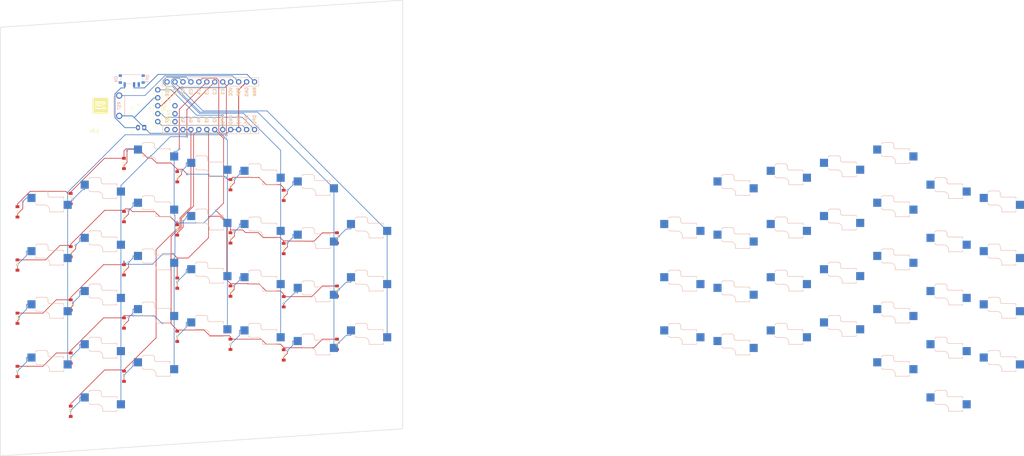
<source format=kicad_pcb>
(kicad_pcb
	(version 20240108)
	(generator "pcbnew")
	(generator_version "8.0")
	(general
		(thickness 1.6)
		(legacy_teardrops no)
	)
	(paper "A3")
	(title_block
		(title "left")
		(date "2025-06-25")
		(rev "v0.2")
		(company "Happily-Coding")
	)
	(layers
		(0 "F.Cu" signal)
		(31 "B.Cu" signal)
		(32 "B.Adhes" user "B.Adhesive")
		(33 "F.Adhes" user "F.Adhesive")
		(34 "B.Paste" user)
		(35 "F.Paste" user)
		(36 "B.SilkS" user "B.Silkscreen")
		(37 "F.SilkS" user "F.Silkscreen")
		(38 "B.Mask" user)
		(39 "F.Mask" user)
		(40 "Dwgs.User" user "User.Drawings")
		(41 "Cmts.User" user "User.Comments")
		(42 "Eco1.User" user "User.Eco1")
		(43 "Eco2.User" user "User.Eco2")
		(44 "Edge.Cuts" user)
		(45 "Margin" user)
		(46 "B.CrtYd" user "B.Courtyard")
		(47 "F.CrtYd" user "F.Courtyard")
		(48 "B.Fab" user)
		(49 "F.Fab" user)
	)
	(setup
		(pad_to_mask_clearance 0.05)
		(allow_soldermask_bridges_in_footprints no)
		(pcbplotparams
			(layerselection 0x00010fc_ffffffff)
			(plot_on_all_layers_selection 0x0000000_00000000)
			(disableapertmacros no)
			(usegerberextensions no)
			(usegerberattributes yes)
			(usegerberadvancedattributes yes)
			(creategerberjobfile yes)
			(dashed_line_dash_ratio 12.000000)
			(dashed_line_gap_ratio 3.000000)
			(svgprecision 4)
			(plotframeref no)
			(viasonmask no)
			(mode 1)
			(useauxorigin no)
			(hpglpennumber 1)
			(hpglpenspeed 20)
			(hpglpendiameter 15.000000)
			(pdf_front_fp_property_popups yes)
			(pdf_back_fp_property_popups yes)
			(dxfpolygonmode yes)
			(dxfimperialunits yes)
			(dxfusepcbnewfont yes)
			(psnegative no)
			(psa4output no)
			(plotreference yes)
			(plotvalue yes)
			(plotfptext yes)
			(plotinvisibletext no)
			(sketchpadsonfab no)
			(subtractmaskfromsilk no)
			(outputformat 1)
			(mirror no)
			(drillshape 1)
			(scaleselection 1)
			(outputdirectory "")
		)
	)
	(net 0 "")
	(net 1 "col1_row4")
	(net 2 "C1")
	(net 3 "GND")
	(net 4 "col1_row3")
	(net 5 "col1_row2")
	(net 6 "col1_row1")
	(net 7 "col2_row5")
	(net 8 "C2")
	(net 9 "col2_row4")
	(net 10 "col2_row3")
	(net 11 "col2_row2")
	(net 12 "col2_row1")
	(net 13 "col3_row5")
	(net 14 "C3")
	(net 15 "col3_row4")
	(net 16 "col3_row3")
	(net 17 "col3_row2")
	(net 18 "col3_row1")
	(net 19 "col4_row4")
	(net 20 "C4")
	(net 21 "col4_row3")
	(net 22 "col4_row2")
	(net 23 "col4_row1")
	(net 24 "col5_row4")
	(net 25 "C5")
	(net 26 "col5_row3")
	(net 27 "col5_row2")
	(net 28 "col5_row1")
	(net 29 "col6_row4")
	(net 30 "C6")
	(net 31 "col6_row3")
	(net 32 "col6_row2")
	(net 33 "col6_row1")
	(net 34 "col7_row4")
	(net 35 "C7")
	(net 36 "col7_row3")
	(net 37 "col7_row2")
	(net 38 "mirror_col1_row4")
	(net 39 "mirror_col1_row3")
	(net 40 "mirror_col1_row2")
	(net 41 "mirror_col1_row1")
	(net 42 "mirror_col2_row5")
	(net 43 "mirror_col2_row4")
	(net 44 "mirror_col2_row3")
	(net 45 "mirror_col2_row2")
	(net 46 "mirror_col2_row1")
	(net 47 "mirror_col3_row5")
	(net 48 "mirror_col3_row4")
	(net 49 "mirror_col3_row3")
	(net 50 "mirror_col3_row2")
	(net 51 "mirror_col3_row1")
	(net 52 "mirror_col4_row4")
	(net 53 "mirror_col4_row3")
	(net 54 "mirror_col4_row2")
	(net 55 "mirror_col4_row1")
	(net 56 "mirror_col5_row4")
	(net 57 "mirror_col5_row3")
	(net 58 "mirror_col5_row2")
	(net 59 "mirror_col5_row1")
	(net 60 "mirror_col6_row4")
	(net 61 "mirror_col6_row3")
	(net 62 "mirror_col6_row2")
	(net 63 "mirror_col6_row1")
	(net 64 "mirror_col7_row4")
	(net 65 "mirror_col7_row3")
	(net 66 "mirror_col7_row2")
	(net 67 "R4")
	(net 68 "R3")
	(net 69 "R2")
	(net 70 "R1")
	(net 71 "R5")
	(net 72 "RAW")
	(net 73 "RST")
	(net 74 "VCC")
	(net 75 "P10")
	(net 76 "DPC")
	(net 77 "DPD")
	(net 78 "DPE")
	(net 79 "R6")
	(net 80 "R7")
	(net 81 "P101")
	(net 82 "P102")
	(net 83 "P107")
	(net 84 "BAT_P")
	(footprint "ceoloide:diode_tht_sod123" (layer "F.Cu") (at 44.25 94.25 -90))
	(footprint "ceoloide:diode_tht_sod123" (layer "F.Cu") (at 44.25 60.25 -90))
	(footprint "ceoloide:diode_tht_sod123" (layer "F.Cu") (at 78.25 53.28 -90))
	(footprint "ceoloide:utility_ergogen_logo" (layer "F.Cu") (at 53.73 -3.42))
	(footprint "ceoloide:diode_tht_sod123" (layer "F.Cu") (at 61.25 49.03 -90))
	(footprint "ceoloide:mcu_nice_nano" (layer "F.Cu") (at 90.24 -3.42 -90))
	(footprint "ceoloide:diode_tht_sod123" (layer "F.Cu") (at 78.25 19.28 -90))
	(footprint "ceoloide:diode_tht_sod123" (layer "F.Cu") (at 27.25 47.5 -90))
	(footprint "ceoloide:display_nice_view" (layer "F.Cu") (at 88.74 -3.42 -90))
	(footprint "ceoloide:diode_tht_sod123" (layer "F.Cu") (at 112.25 42.23 -90))
	(footprint "ceoloide:diode_tht_sod123" (layer "F.Cu") (at 95.25 72.83 -90))
	(footprint "ceoloide:diode_tht_sod123" (layer "F.Cu") (at 44.25 77.25 -90))
	(footprint "ceoloide:diode_tht_sod123" (layer "F.Cu") (at 95.25 21.83 -90))
	(footprint "ceoloide:diode_tht_sod123" (layer "F.Cu") (at 44.25 43.25 -90))
	(footprint "ceoloide:diode_tht_sod123" (layer "F.Cu") (at 78.25 70.28 -90))
	(footprint "ceoloide:diode_tht_sod123" (layer "F.Cu") (at 95.25 38.83 -90))
	(footprint "ceoloide:diode_tht_sod123" (layer "F.Cu") (at 95.25 55.83 -90))
	(footprint "ceoloide:diode_tht_sod123" (layer "F.Cu") (at 27.25 81.5 -90))
	(footprint "ceoloide:diode_tht_sod123" (layer "F.Cu") (at 78.25 36.28 -90))
	(footprint "ceoloide:diode_tht_sod123" (layer "F.Cu") (at 129.25 72.83 -90))
	(footprint "ceoloide:diode_tht_sod123" (layer "F.Cu") (at 27.25 64.5 -90))
	(footprint "ceoloide:diode_tht_sod123" (layer "F.Cu") (at 129.25 38.83 -90))
	(footprint "ceoloide:diode_tht_sod123" (layer "F.Cu") (at 112.25 59.23 -90))
	(footprint "ceoloide:diode_tht_sod123" (layer "F.Cu") (at 61.25 66.03 -90))
	(footprint "ceoloide:diode_tht_sod123" (layer "F.Cu") (at 112.25 76.23 -90))
	(footprint "ceoloide:battery_connector_jst_ph_2" (layer "F.Cu") (at 66.73 3.58 180))
	(footprint "ceoloide:diode_tht_sod123" (layer "F.Cu") (at 61.25 32.03 -90))
	(footprint "ceoloide:diode_tht_sod123" (layer "F.Cu") (at 61.25 15.03 -90))
	(footprint "ceoloide:diode_tht_sod123" (layer "F.Cu") (at 112.25 25.23 -90))
	(footprint "ceoloide:diode_tht_sod123" (layer "F.Cu") (at 44.25 26.25 -90))
	(footprint "ceoloide:diode_tht_sod123" (layer "F.Cu") (at 27.25 30.5 -90))
	(footprint "ceoloide:diode_tht_sod123" (layer "F.Cu") (at 129.25 55.83 -90))
	(footprint "ceoloide:diode_tht_sod123" (layer "F.Cu") (at 61.25 83.03 -90))
	(footprint "ceoloide:switch_choc_v1_v2" (layer "B.Cu") (at 322 44.75))
	(footprint "ceoloide:switch_choc_v1_v2" (layer "B.Cu") (at 305 16.53))
	(footprint "ceoloide:switch_choc_v1_v2" (layer "B.Cu") (at 137 57.33))
	(footprint "ceoloide:switch_choc_v1_v2" (layer "B.Cu") (at 322 61.75))
	(footprint "ceoloide:switch_choc_v1_v2" (layer "B.Cu") (at 271 40.33))
	(footprint "ceoloide:switch_choc_v1_v2" (layer "B.Cu") (at 305 67.53))
	(footprint "ceoloide:switch_choc_v1_v2" (layer "B.Cu") (at 254 60.73))
	(footprint "ceoloide:switch_choc_v1_v2" (layer "B.Cu") (at 339 83))
	(footprint "ceoloide:switch_choc_v1_v2" (layer "B.Cu") (at 271 57.33))
	(footprint "ceoloide:switch_choc_v1_v2" (layer "B.Cu") (at 137 40.33))
	(footprint "ceoloide:switch_choc_v1_v2" (layer "B.Cu") (at 35 66))
	(footprint "ceoloide:switch_choc_v1_v2" (layer "B.Cu") (at 322 27.75))
	(footprint "ceoloide:power_switch_smd_side" (layer "B.Cu") (at 63.73 -11.92 90))
	(footprint "ceoloide:switch_choc_v1_v2" (layer "B.Cu") (at 120 60.73))
	(footprint "ceoloide:reset_switch_tht_top" (layer "B.Cu") (at 59.73 -3.42 90))
	(footprint "ceoloide:switch_choc_v1_v2" (layer "B.Cu") (at 52 78.75))
	(footprint "ceoloide:switch_choc_v1_v2" (layer "B.Cu") (at 288 54.78))
	(footprint "ceoloide:switch_choc_v1_v2"
		(layer "B.Cu")
		(uuid "4b05cc25-b641-4e29-9bd3-e9de651e5edd")
		(at 271 23.33)
		(property "Reference" "S51"
			(at 0 8.8 0)
			(layer "B.SilkS")
			(hide yes)
			(uuid "93d1a7ba-99d6-4c6c-8839-43c0959f665b")
			(effects
				(font
					(size 1 1)
					(thickness 0.15)
				)
			)
		)
		(property "Value" ""
			(at 0 0 0)
			(layer "F.Fab")
			(uuid "ff250cde-8835-4b2a-aa75-8d4003300602")
			(effects
				(font
					(size 1.27 1.27)
					(thickness 0.15)
				)
			)
		)
		(property "Footprint" ""
			(at 0 0 0)
			(layer "F.Fab")
			(hide yes)
			(uuid "88851052-2bff-43e0-bab2-3ab04ec3332b")
			(effects
				(font
					(size 1.27 1.27)
					(thickness 0.15)
				)
			)
		)
		(property "Datasheet" ""
			(at 0 0 0)
			(layer "F.Fab")
			(hide yes)
			(uuid "257c8ab9-637f-45c4-a8c2-0ab1e8003b93")
			(effects
				(font
					(size 1.27 1.27)
					(thickness 0.15)
				)
			)
		)
		(property "Description" ""
			(at 0 0 0)
			(layer "F.Fab")
			(hide yes)
			(uuid "6b1e90e3-9ea4-4bfc-beb7-cf20886f0515")
			(effects
				(font
					(size 1.27 1.27)
					(thickness 0.15)
				)
			)
		)
		(attr exclude_from_pos_files exclude_from_bom allow_soldermask_bridges)
		(fp_line
			(start -1.5 -8.2)
			(end -2 -7.7)
			(stroke
				(width 0.15)
				(type solid)
			)
			(layer "B.SilkS")
			(uuid "627846de-af68-463a-9330-acdbf4568a8f")
		)
		(fp_line
			(start -1.5 -3.7)
			(end -2 -4.2)
			(stroke
				(width 0.15)
				(type solid)
			)
			(layer "B.SilkS")
			(uuid "a7ea6bcf-1fc8-49b9-99a0-029ffc004ece")
		)
		(fp_line
			(start 0.8 -3.7)
			(end -1.5 -3.7)
			(stroke
				(width 0.15)
				(type solid)
			)
			(layer "B.SilkS")
			(uuid "babeeec1-1824-4d4e-b2d0-782016f38b94")
		)
		(fp_line
			(start 1.5 -8.2)
			(end -1.5 -8.2)
			(stroke
				(width 0.15)
				(type solid)
			)
			(layer "B.SilkS")
			(uuid "61c40061-b2dd-4233-bde8-eef045d9f6fe")
		)
		(fp_line
			(start 2 -7.7)
			(end 1.5 -8.2)
			(stroke
				(width 0.15)
				(type solid)
			)
			(layer "B.SilkS")
			(uuid "8f2ee76d-dd4f-4d6e-b7b0-f0fd55332113")
		)
		(fp_line
			(start 2 -7.7)
			(end 2 -6.78)
			(stroke
				(width 0.15)
				(type solid)
			)
			(layer "B.SilkS")
			(uuid "161f8c78-536e-4a26-9b0e-acb51cb0c26d")
		)
		(fp_line
			(start 2.5 -1.5)
			(end 2.5 -2.2)
			(stroke
				(width 0.15)
				(type solid)
			)
			(layer "B.SilkS")
			(uuid "44339b4b-1cfc-4de0-b6eb-28a725474913")
		)
		(fp_line
			(start 2.52 -6.2)
			(end 7 -6.2)
			(stroke
				(width 0.15)
				(type solid)
			)
			(layer "B.SilkS")
			(uuid "c29fa428-afdd-492f-9cf5-969def46038a")
		)
		(fp_line
			(start 7 -6.2)
			(end 7 -5.6)
			(stroke
				(width 0.15)
				(type solid)
			)
			(layer "B.SilkS")
			(uuid "aee51285-1db7-49b7-bd36-1ddb9e34e3b2")
		)
		(fp_li
... [276815 chars truncated]
</source>
